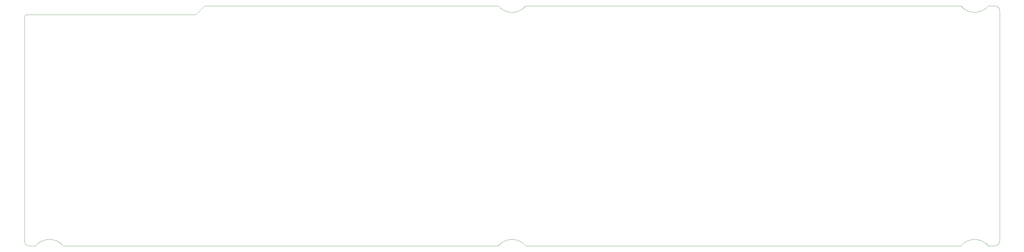
<source format=gm1>
G04 #@! TF.GenerationSoftware,KiCad,Pcbnew,8.0.2-1.fc39*
G04 #@! TF.CreationDate,2024-05-29T21:02:28-04:00*
G04 #@! TF.ProjectId,KeychronQ9OrthoIntegrated,4b657963-6872-46f6-9e51-394f7274686f,rev?*
G04 #@! TF.SameCoordinates,Original*
G04 #@! TF.FileFunction,Profile,NP*
%FSLAX46Y46*%
G04 Gerber Fmt 4.6, Leading zero omitted, Abs format (unit mm)*
G04 Created by KiCad (PCBNEW 8.0.2-1.fc39) date 2024-05-29 21:02:28*
%MOMM*%
%LPD*%
G01*
G04 APERTURE LIST*
G04 #@! TA.AperFunction,Profile*
%ADD10C,0.050000*%
G04 #@! TD*
G04 APERTURE END LIST*
D10*
X17462500Y-92075000D02*
G75*
G02*
X15875000Y-90487500I0J1587500D01*
G01*
X166290625Y-92075000D02*
G75*
G02*
X175021875Y-92075000I4365625J-3571874D01*
G01*
X19446875Y-92075000D02*
G75*
G02*
X28178125Y-92075000I4365625J-3571874D01*
G01*
X321865625Y-15875000D02*
G75*
G02*
X313134375Y-15875000I-4365625J3571874D01*
G01*
X321865625Y-92075000D02*
X323850000Y-92075000D01*
X175021875Y-92075000D02*
X313134375Y-92075000D01*
X325437500Y-90487500D02*
G75*
G02*
X323850000Y-92075000I-1587500J0D01*
G01*
X73025000Y-15875000D02*
X70246875Y-18653125D01*
X15875000Y-19446875D02*
G75*
G02*
X16668750Y-18653100I793800J-25D01*
G01*
X15875000Y-19446875D02*
X15875000Y-90487500D01*
X175021875Y-15875000D02*
G75*
G02*
X166290625Y-15875000I-4365625J3571874D01*
G01*
X313134375Y-92075000D02*
G75*
G02*
X321865625Y-92075000I4365625J-3571874D01*
G01*
X17462500Y-92075000D02*
X19446875Y-92075000D01*
X70246875Y-18653125D02*
X16668750Y-18653125D01*
X321865625Y-15875000D02*
X323850000Y-15875000D01*
X175021875Y-15875000D02*
X313134375Y-15875000D01*
X166290625Y-15875000D02*
X73025000Y-15875000D01*
X323850000Y-15875000D02*
G75*
G02*
X325437500Y-17462500I0J-1587500D01*
G01*
X166290625Y-92075000D02*
X28178125Y-92075000D01*
X325437500Y-17462500D02*
X325437500Y-90487500D01*
M02*

</source>
